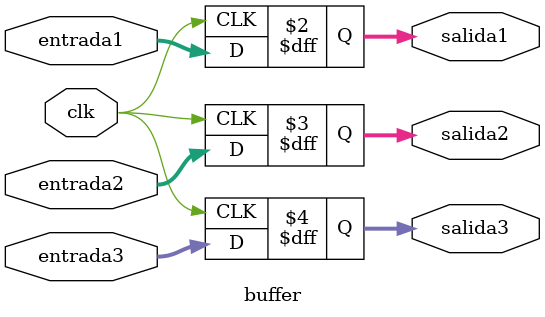
<source format=v>

module buffer(
	input  wire[31:0]entrada1,
	input  wire[31:0]entrada2,
	input  wire[31:0]entrada3,
	input  wire           clk,
	output reg [31:0] salida1,
	output reg [31:0] salida2,
	output reg [31:0] salida3
);

always@(posedge clk)
	begin
	//Se pasan los datos de la entrada a la salida cada flanco de subida de la señal de reloj.
	salida1 = entrada1;
	salida2 = entrada2;
	salida3 = entrada3;
end
endmodule


</source>
